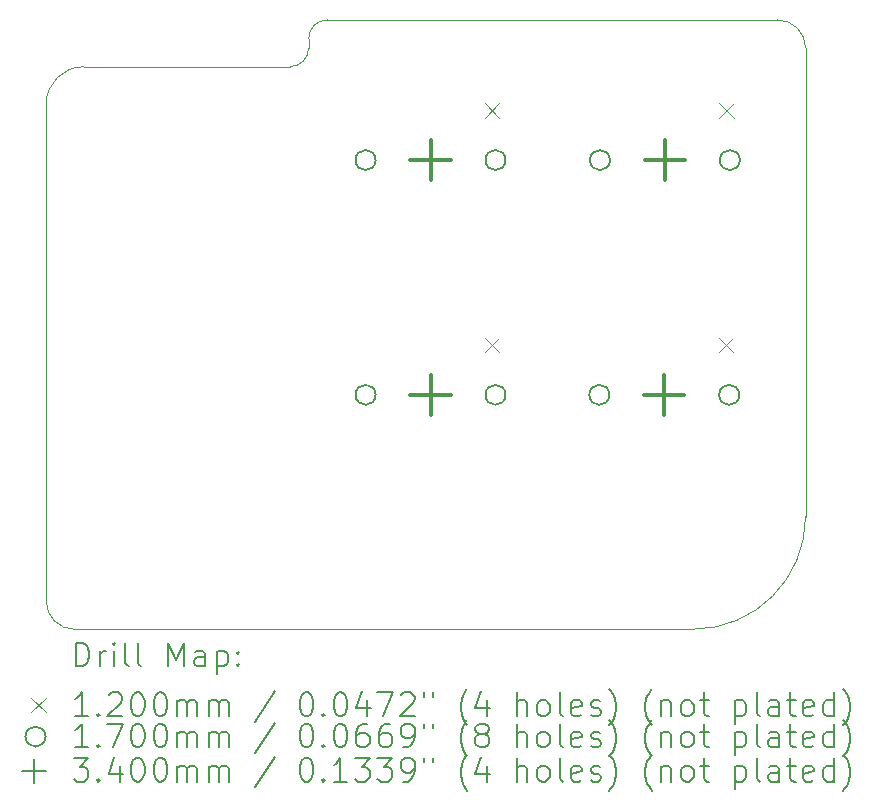
<source format=gbr>
%FSLAX45Y45*%
G04 Gerber Fmt 4.5, Leading zero omitted, Abs format (unit mm)*
G04 Created by KiCad (PCBNEW (6.0.5)) date 2022-09-29 17:00:37*
%MOMM*%
%LPD*%
G01*
G04 APERTURE LIST*
%TA.AperFunction,Profile*%
%ADD10C,0.100000*%
%TD*%
%ADD11C,0.200000*%
%ADD12C,0.120000*%
%ADD13C,0.170000*%
%ADD14C,0.340000*%
G04 APERTURE END LIST*
D10*
X12065000Y-6667500D02*
X15875000Y-6667500D01*
X11906250Y-6905625D02*
X11906250Y-6826250D01*
X10001250Y-7064375D02*
X11747500Y-7064375D01*
X11747500Y-7064375D02*
G75*
G03*
X11906250Y-6905625I0J158750D01*
G01*
X12065000Y-6667500D02*
G75*
G03*
X11906250Y-6826250I0J-158750D01*
G01*
X9683750Y-11588750D02*
X9683750Y-7381875D01*
X10001250Y-7064375D02*
G75*
G03*
X9683750Y-7381875I0J-317500D01*
G01*
X16113125Y-6905625D02*
G75*
G03*
X15875000Y-6667500I-238125J0D01*
G01*
X9921875Y-11826875D02*
X15160625Y-11826875D01*
X16113125Y-10874375D02*
X16113125Y-6905625D01*
X9683750Y-11588750D02*
G75*
G03*
X9921875Y-11826875I238125J0D01*
G01*
X15160625Y-11826875D02*
G75*
G03*
X16113125Y-10874375I0J952500D01*
G01*
D11*
D12*
X13400125Y-7375000D02*
X13520125Y-7495000D01*
X13520125Y-7375000D02*
X13400125Y-7495000D01*
X13400125Y-9362500D02*
X13520125Y-9482500D01*
X13520125Y-9362500D02*
X13400125Y-9482500D01*
X15378875Y-9362500D02*
X15498875Y-9482500D01*
X15498875Y-9362500D02*
X15378875Y-9482500D01*
X15384500Y-7375000D02*
X15504500Y-7495000D01*
X15504500Y-7375000D02*
X15384500Y-7495000D01*
D13*
X12473125Y-7855000D02*
G75*
G03*
X12473125Y-7855000I-85000J0D01*
G01*
X12473125Y-9842500D02*
G75*
G03*
X12473125Y-9842500I-85000J0D01*
G01*
X13573125Y-7855000D02*
G75*
G03*
X13573125Y-7855000I-85000J0D01*
G01*
X13573125Y-9842500D02*
G75*
G03*
X13573125Y-9842500I-85000J0D01*
G01*
X14451875Y-9842500D02*
G75*
G03*
X14451875Y-9842500I-85000J0D01*
G01*
X14457500Y-7855000D02*
G75*
G03*
X14457500Y-7855000I-85000J0D01*
G01*
X15551875Y-9842500D02*
G75*
G03*
X15551875Y-9842500I-85000J0D01*
G01*
X15557500Y-7855000D02*
G75*
G03*
X15557500Y-7855000I-85000J0D01*
G01*
D14*
X12938125Y-7685000D02*
X12938125Y-8025000D01*
X12768125Y-7855000D02*
X13108125Y-7855000D01*
X12938125Y-9672500D02*
X12938125Y-10012500D01*
X12768125Y-9842500D02*
X13108125Y-9842500D01*
X14916875Y-9672500D02*
X14916875Y-10012500D01*
X14746875Y-9842500D02*
X15086875Y-9842500D01*
X14922500Y-7685000D02*
X14922500Y-8025000D01*
X14752500Y-7855000D02*
X15092500Y-7855000D01*
D11*
X9936369Y-12142351D02*
X9936369Y-11942351D01*
X9983988Y-11942351D01*
X10012560Y-11951875D01*
X10031607Y-11970923D01*
X10041131Y-11989970D01*
X10050655Y-12028065D01*
X10050655Y-12056637D01*
X10041131Y-12094732D01*
X10031607Y-12113780D01*
X10012560Y-12132827D01*
X9983988Y-12142351D01*
X9936369Y-12142351D01*
X10136369Y-12142351D02*
X10136369Y-12009018D01*
X10136369Y-12047113D02*
X10145893Y-12028065D01*
X10155417Y-12018542D01*
X10174464Y-12009018D01*
X10193512Y-12009018D01*
X10260179Y-12142351D02*
X10260179Y-12009018D01*
X10260179Y-11942351D02*
X10250655Y-11951875D01*
X10260179Y-11961399D01*
X10269702Y-11951875D01*
X10260179Y-11942351D01*
X10260179Y-11961399D01*
X10383988Y-12142351D02*
X10364940Y-12132827D01*
X10355417Y-12113780D01*
X10355417Y-11942351D01*
X10488750Y-12142351D02*
X10469702Y-12132827D01*
X10460179Y-12113780D01*
X10460179Y-11942351D01*
X10717321Y-12142351D02*
X10717321Y-11942351D01*
X10783988Y-12085208D01*
X10850655Y-11942351D01*
X10850655Y-12142351D01*
X11031607Y-12142351D02*
X11031607Y-12037589D01*
X11022083Y-12018542D01*
X11003036Y-12009018D01*
X10964940Y-12009018D01*
X10945893Y-12018542D01*
X11031607Y-12132827D02*
X11012560Y-12142351D01*
X10964940Y-12142351D01*
X10945893Y-12132827D01*
X10936369Y-12113780D01*
X10936369Y-12094732D01*
X10945893Y-12075684D01*
X10964940Y-12066161D01*
X11012560Y-12066161D01*
X11031607Y-12056637D01*
X11126845Y-12009018D02*
X11126845Y-12209018D01*
X11126845Y-12018542D02*
X11145893Y-12009018D01*
X11183988Y-12009018D01*
X11203036Y-12018542D01*
X11212559Y-12028065D01*
X11222083Y-12047113D01*
X11222083Y-12104256D01*
X11212559Y-12123303D01*
X11203036Y-12132827D01*
X11183988Y-12142351D01*
X11145893Y-12142351D01*
X11126845Y-12132827D01*
X11307798Y-12123303D02*
X11317321Y-12132827D01*
X11307798Y-12142351D01*
X11298274Y-12132827D01*
X11307798Y-12123303D01*
X11307798Y-12142351D01*
X11307798Y-12018542D02*
X11317321Y-12028065D01*
X11307798Y-12037589D01*
X11298274Y-12028065D01*
X11307798Y-12018542D01*
X11307798Y-12037589D01*
D12*
X9558750Y-12411875D02*
X9678750Y-12531875D01*
X9678750Y-12411875D02*
X9558750Y-12531875D01*
D11*
X10041131Y-12562351D02*
X9926845Y-12562351D01*
X9983988Y-12562351D02*
X9983988Y-12362351D01*
X9964940Y-12390923D01*
X9945893Y-12409970D01*
X9926845Y-12419494D01*
X10126845Y-12543303D02*
X10136369Y-12552827D01*
X10126845Y-12562351D01*
X10117321Y-12552827D01*
X10126845Y-12543303D01*
X10126845Y-12562351D01*
X10212560Y-12381399D02*
X10222083Y-12371875D01*
X10241131Y-12362351D01*
X10288750Y-12362351D01*
X10307798Y-12371875D01*
X10317321Y-12381399D01*
X10326845Y-12400446D01*
X10326845Y-12419494D01*
X10317321Y-12448065D01*
X10203036Y-12562351D01*
X10326845Y-12562351D01*
X10450655Y-12362351D02*
X10469702Y-12362351D01*
X10488750Y-12371875D01*
X10498274Y-12381399D01*
X10507798Y-12400446D01*
X10517321Y-12438542D01*
X10517321Y-12486161D01*
X10507798Y-12524256D01*
X10498274Y-12543303D01*
X10488750Y-12552827D01*
X10469702Y-12562351D01*
X10450655Y-12562351D01*
X10431607Y-12552827D01*
X10422083Y-12543303D01*
X10412560Y-12524256D01*
X10403036Y-12486161D01*
X10403036Y-12438542D01*
X10412560Y-12400446D01*
X10422083Y-12381399D01*
X10431607Y-12371875D01*
X10450655Y-12362351D01*
X10641131Y-12362351D02*
X10660179Y-12362351D01*
X10679226Y-12371875D01*
X10688750Y-12381399D01*
X10698274Y-12400446D01*
X10707798Y-12438542D01*
X10707798Y-12486161D01*
X10698274Y-12524256D01*
X10688750Y-12543303D01*
X10679226Y-12552827D01*
X10660179Y-12562351D01*
X10641131Y-12562351D01*
X10622083Y-12552827D01*
X10612560Y-12543303D01*
X10603036Y-12524256D01*
X10593512Y-12486161D01*
X10593512Y-12438542D01*
X10603036Y-12400446D01*
X10612560Y-12381399D01*
X10622083Y-12371875D01*
X10641131Y-12362351D01*
X10793512Y-12562351D02*
X10793512Y-12429018D01*
X10793512Y-12448065D02*
X10803036Y-12438542D01*
X10822083Y-12429018D01*
X10850655Y-12429018D01*
X10869702Y-12438542D01*
X10879226Y-12457589D01*
X10879226Y-12562351D01*
X10879226Y-12457589D02*
X10888750Y-12438542D01*
X10907798Y-12429018D01*
X10936369Y-12429018D01*
X10955417Y-12438542D01*
X10964940Y-12457589D01*
X10964940Y-12562351D01*
X11060179Y-12562351D02*
X11060179Y-12429018D01*
X11060179Y-12448065D02*
X11069702Y-12438542D01*
X11088750Y-12429018D01*
X11117321Y-12429018D01*
X11136369Y-12438542D01*
X11145893Y-12457589D01*
X11145893Y-12562351D01*
X11145893Y-12457589D02*
X11155417Y-12438542D01*
X11174464Y-12429018D01*
X11203036Y-12429018D01*
X11222083Y-12438542D01*
X11231607Y-12457589D01*
X11231607Y-12562351D01*
X11622083Y-12352827D02*
X11450655Y-12609970D01*
X11879226Y-12362351D02*
X11898274Y-12362351D01*
X11917321Y-12371875D01*
X11926845Y-12381399D01*
X11936369Y-12400446D01*
X11945893Y-12438542D01*
X11945893Y-12486161D01*
X11936369Y-12524256D01*
X11926845Y-12543303D01*
X11917321Y-12552827D01*
X11898274Y-12562351D01*
X11879226Y-12562351D01*
X11860178Y-12552827D01*
X11850655Y-12543303D01*
X11841131Y-12524256D01*
X11831607Y-12486161D01*
X11831607Y-12438542D01*
X11841131Y-12400446D01*
X11850655Y-12381399D01*
X11860178Y-12371875D01*
X11879226Y-12362351D01*
X12031607Y-12543303D02*
X12041131Y-12552827D01*
X12031607Y-12562351D01*
X12022083Y-12552827D01*
X12031607Y-12543303D01*
X12031607Y-12562351D01*
X12164940Y-12362351D02*
X12183988Y-12362351D01*
X12203036Y-12371875D01*
X12212559Y-12381399D01*
X12222083Y-12400446D01*
X12231607Y-12438542D01*
X12231607Y-12486161D01*
X12222083Y-12524256D01*
X12212559Y-12543303D01*
X12203036Y-12552827D01*
X12183988Y-12562351D01*
X12164940Y-12562351D01*
X12145893Y-12552827D01*
X12136369Y-12543303D01*
X12126845Y-12524256D01*
X12117321Y-12486161D01*
X12117321Y-12438542D01*
X12126845Y-12400446D01*
X12136369Y-12381399D01*
X12145893Y-12371875D01*
X12164940Y-12362351D01*
X12403036Y-12429018D02*
X12403036Y-12562351D01*
X12355417Y-12352827D02*
X12307798Y-12495684D01*
X12431607Y-12495684D01*
X12488750Y-12362351D02*
X12622083Y-12362351D01*
X12536369Y-12562351D01*
X12688750Y-12381399D02*
X12698274Y-12371875D01*
X12717321Y-12362351D01*
X12764940Y-12362351D01*
X12783988Y-12371875D01*
X12793512Y-12381399D01*
X12803036Y-12400446D01*
X12803036Y-12419494D01*
X12793512Y-12448065D01*
X12679226Y-12562351D01*
X12803036Y-12562351D01*
X12879226Y-12362351D02*
X12879226Y-12400446D01*
X12955417Y-12362351D02*
X12955417Y-12400446D01*
X13250655Y-12638542D02*
X13241131Y-12629018D01*
X13222083Y-12600446D01*
X13212559Y-12581399D01*
X13203036Y-12552827D01*
X13193512Y-12505208D01*
X13193512Y-12467113D01*
X13203036Y-12419494D01*
X13212559Y-12390923D01*
X13222083Y-12371875D01*
X13241131Y-12343303D01*
X13250655Y-12333780D01*
X13412559Y-12429018D02*
X13412559Y-12562351D01*
X13364940Y-12352827D02*
X13317321Y-12495684D01*
X13441131Y-12495684D01*
X13669702Y-12562351D02*
X13669702Y-12362351D01*
X13755417Y-12562351D02*
X13755417Y-12457589D01*
X13745893Y-12438542D01*
X13726845Y-12429018D01*
X13698274Y-12429018D01*
X13679226Y-12438542D01*
X13669702Y-12448065D01*
X13879226Y-12562351D02*
X13860178Y-12552827D01*
X13850655Y-12543303D01*
X13841131Y-12524256D01*
X13841131Y-12467113D01*
X13850655Y-12448065D01*
X13860178Y-12438542D01*
X13879226Y-12429018D01*
X13907798Y-12429018D01*
X13926845Y-12438542D01*
X13936369Y-12448065D01*
X13945893Y-12467113D01*
X13945893Y-12524256D01*
X13936369Y-12543303D01*
X13926845Y-12552827D01*
X13907798Y-12562351D01*
X13879226Y-12562351D01*
X14060178Y-12562351D02*
X14041131Y-12552827D01*
X14031607Y-12533780D01*
X14031607Y-12362351D01*
X14212559Y-12552827D02*
X14193512Y-12562351D01*
X14155417Y-12562351D01*
X14136369Y-12552827D01*
X14126845Y-12533780D01*
X14126845Y-12457589D01*
X14136369Y-12438542D01*
X14155417Y-12429018D01*
X14193512Y-12429018D01*
X14212559Y-12438542D01*
X14222083Y-12457589D01*
X14222083Y-12476637D01*
X14126845Y-12495684D01*
X14298274Y-12552827D02*
X14317321Y-12562351D01*
X14355417Y-12562351D01*
X14374464Y-12552827D01*
X14383988Y-12533780D01*
X14383988Y-12524256D01*
X14374464Y-12505208D01*
X14355417Y-12495684D01*
X14326845Y-12495684D01*
X14307798Y-12486161D01*
X14298274Y-12467113D01*
X14298274Y-12457589D01*
X14307798Y-12438542D01*
X14326845Y-12429018D01*
X14355417Y-12429018D01*
X14374464Y-12438542D01*
X14450655Y-12638542D02*
X14460178Y-12629018D01*
X14479226Y-12600446D01*
X14488750Y-12581399D01*
X14498274Y-12552827D01*
X14507798Y-12505208D01*
X14507798Y-12467113D01*
X14498274Y-12419494D01*
X14488750Y-12390923D01*
X14479226Y-12371875D01*
X14460178Y-12343303D01*
X14450655Y-12333780D01*
X14812559Y-12638542D02*
X14803036Y-12629018D01*
X14783988Y-12600446D01*
X14774464Y-12581399D01*
X14764940Y-12552827D01*
X14755417Y-12505208D01*
X14755417Y-12467113D01*
X14764940Y-12419494D01*
X14774464Y-12390923D01*
X14783988Y-12371875D01*
X14803036Y-12343303D01*
X14812559Y-12333780D01*
X14888750Y-12429018D02*
X14888750Y-12562351D01*
X14888750Y-12448065D02*
X14898274Y-12438542D01*
X14917321Y-12429018D01*
X14945893Y-12429018D01*
X14964940Y-12438542D01*
X14974464Y-12457589D01*
X14974464Y-12562351D01*
X15098274Y-12562351D02*
X15079226Y-12552827D01*
X15069702Y-12543303D01*
X15060178Y-12524256D01*
X15060178Y-12467113D01*
X15069702Y-12448065D01*
X15079226Y-12438542D01*
X15098274Y-12429018D01*
X15126845Y-12429018D01*
X15145893Y-12438542D01*
X15155417Y-12448065D01*
X15164940Y-12467113D01*
X15164940Y-12524256D01*
X15155417Y-12543303D01*
X15145893Y-12552827D01*
X15126845Y-12562351D01*
X15098274Y-12562351D01*
X15222083Y-12429018D02*
X15298274Y-12429018D01*
X15250655Y-12362351D02*
X15250655Y-12533780D01*
X15260178Y-12552827D01*
X15279226Y-12562351D01*
X15298274Y-12562351D01*
X15517321Y-12429018D02*
X15517321Y-12629018D01*
X15517321Y-12438542D02*
X15536369Y-12429018D01*
X15574464Y-12429018D01*
X15593512Y-12438542D01*
X15603036Y-12448065D01*
X15612559Y-12467113D01*
X15612559Y-12524256D01*
X15603036Y-12543303D01*
X15593512Y-12552827D01*
X15574464Y-12562351D01*
X15536369Y-12562351D01*
X15517321Y-12552827D01*
X15726845Y-12562351D02*
X15707798Y-12552827D01*
X15698274Y-12533780D01*
X15698274Y-12362351D01*
X15888750Y-12562351D02*
X15888750Y-12457589D01*
X15879226Y-12438542D01*
X15860178Y-12429018D01*
X15822083Y-12429018D01*
X15803036Y-12438542D01*
X15888750Y-12552827D02*
X15869702Y-12562351D01*
X15822083Y-12562351D01*
X15803036Y-12552827D01*
X15793512Y-12533780D01*
X15793512Y-12514732D01*
X15803036Y-12495684D01*
X15822083Y-12486161D01*
X15869702Y-12486161D01*
X15888750Y-12476637D01*
X15955417Y-12429018D02*
X16031607Y-12429018D01*
X15983988Y-12362351D02*
X15983988Y-12533780D01*
X15993512Y-12552827D01*
X16012559Y-12562351D01*
X16031607Y-12562351D01*
X16174464Y-12552827D02*
X16155417Y-12562351D01*
X16117321Y-12562351D01*
X16098274Y-12552827D01*
X16088750Y-12533780D01*
X16088750Y-12457589D01*
X16098274Y-12438542D01*
X16117321Y-12429018D01*
X16155417Y-12429018D01*
X16174464Y-12438542D01*
X16183988Y-12457589D01*
X16183988Y-12476637D01*
X16088750Y-12495684D01*
X16355417Y-12562351D02*
X16355417Y-12362351D01*
X16355417Y-12552827D02*
X16336369Y-12562351D01*
X16298274Y-12562351D01*
X16279226Y-12552827D01*
X16269702Y-12543303D01*
X16260178Y-12524256D01*
X16260178Y-12467113D01*
X16269702Y-12448065D01*
X16279226Y-12438542D01*
X16298274Y-12429018D01*
X16336369Y-12429018D01*
X16355417Y-12438542D01*
X16431607Y-12638542D02*
X16441131Y-12629018D01*
X16460178Y-12600446D01*
X16469702Y-12581399D01*
X16479226Y-12552827D01*
X16488750Y-12505208D01*
X16488750Y-12467113D01*
X16479226Y-12419494D01*
X16469702Y-12390923D01*
X16460178Y-12371875D01*
X16441131Y-12343303D01*
X16431607Y-12333780D01*
D13*
X9678750Y-12735875D02*
G75*
G03*
X9678750Y-12735875I-85000J0D01*
G01*
D11*
X10041131Y-12826351D02*
X9926845Y-12826351D01*
X9983988Y-12826351D02*
X9983988Y-12626351D01*
X9964940Y-12654923D01*
X9945893Y-12673970D01*
X9926845Y-12683494D01*
X10126845Y-12807303D02*
X10136369Y-12816827D01*
X10126845Y-12826351D01*
X10117321Y-12816827D01*
X10126845Y-12807303D01*
X10126845Y-12826351D01*
X10203036Y-12626351D02*
X10336369Y-12626351D01*
X10250655Y-12826351D01*
X10450655Y-12626351D02*
X10469702Y-12626351D01*
X10488750Y-12635875D01*
X10498274Y-12645399D01*
X10507798Y-12664446D01*
X10517321Y-12702542D01*
X10517321Y-12750161D01*
X10507798Y-12788256D01*
X10498274Y-12807303D01*
X10488750Y-12816827D01*
X10469702Y-12826351D01*
X10450655Y-12826351D01*
X10431607Y-12816827D01*
X10422083Y-12807303D01*
X10412560Y-12788256D01*
X10403036Y-12750161D01*
X10403036Y-12702542D01*
X10412560Y-12664446D01*
X10422083Y-12645399D01*
X10431607Y-12635875D01*
X10450655Y-12626351D01*
X10641131Y-12626351D02*
X10660179Y-12626351D01*
X10679226Y-12635875D01*
X10688750Y-12645399D01*
X10698274Y-12664446D01*
X10707798Y-12702542D01*
X10707798Y-12750161D01*
X10698274Y-12788256D01*
X10688750Y-12807303D01*
X10679226Y-12816827D01*
X10660179Y-12826351D01*
X10641131Y-12826351D01*
X10622083Y-12816827D01*
X10612560Y-12807303D01*
X10603036Y-12788256D01*
X10593512Y-12750161D01*
X10593512Y-12702542D01*
X10603036Y-12664446D01*
X10612560Y-12645399D01*
X10622083Y-12635875D01*
X10641131Y-12626351D01*
X10793512Y-12826351D02*
X10793512Y-12693018D01*
X10793512Y-12712065D02*
X10803036Y-12702542D01*
X10822083Y-12693018D01*
X10850655Y-12693018D01*
X10869702Y-12702542D01*
X10879226Y-12721589D01*
X10879226Y-12826351D01*
X10879226Y-12721589D02*
X10888750Y-12702542D01*
X10907798Y-12693018D01*
X10936369Y-12693018D01*
X10955417Y-12702542D01*
X10964940Y-12721589D01*
X10964940Y-12826351D01*
X11060179Y-12826351D02*
X11060179Y-12693018D01*
X11060179Y-12712065D02*
X11069702Y-12702542D01*
X11088750Y-12693018D01*
X11117321Y-12693018D01*
X11136369Y-12702542D01*
X11145893Y-12721589D01*
X11145893Y-12826351D01*
X11145893Y-12721589D02*
X11155417Y-12702542D01*
X11174464Y-12693018D01*
X11203036Y-12693018D01*
X11222083Y-12702542D01*
X11231607Y-12721589D01*
X11231607Y-12826351D01*
X11622083Y-12616827D02*
X11450655Y-12873970D01*
X11879226Y-12626351D02*
X11898274Y-12626351D01*
X11917321Y-12635875D01*
X11926845Y-12645399D01*
X11936369Y-12664446D01*
X11945893Y-12702542D01*
X11945893Y-12750161D01*
X11936369Y-12788256D01*
X11926845Y-12807303D01*
X11917321Y-12816827D01*
X11898274Y-12826351D01*
X11879226Y-12826351D01*
X11860178Y-12816827D01*
X11850655Y-12807303D01*
X11841131Y-12788256D01*
X11831607Y-12750161D01*
X11831607Y-12702542D01*
X11841131Y-12664446D01*
X11850655Y-12645399D01*
X11860178Y-12635875D01*
X11879226Y-12626351D01*
X12031607Y-12807303D02*
X12041131Y-12816827D01*
X12031607Y-12826351D01*
X12022083Y-12816827D01*
X12031607Y-12807303D01*
X12031607Y-12826351D01*
X12164940Y-12626351D02*
X12183988Y-12626351D01*
X12203036Y-12635875D01*
X12212559Y-12645399D01*
X12222083Y-12664446D01*
X12231607Y-12702542D01*
X12231607Y-12750161D01*
X12222083Y-12788256D01*
X12212559Y-12807303D01*
X12203036Y-12816827D01*
X12183988Y-12826351D01*
X12164940Y-12826351D01*
X12145893Y-12816827D01*
X12136369Y-12807303D01*
X12126845Y-12788256D01*
X12117321Y-12750161D01*
X12117321Y-12702542D01*
X12126845Y-12664446D01*
X12136369Y-12645399D01*
X12145893Y-12635875D01*
X12164940Y-12626351D01*
X12403036Y-12626351D02*
X12364940Y-12626351D01*
X12345893Y-12635875D01*
X12336369Y-12645399D01*
X12317321Y-12673970D01*
X12307798Y-12712065D01*
X12307798Y-12788256D01*
X12317321Y-12807303D01*
X12326845Y-12816827D01*
X12345893Y-12826351D01*
X12383988Y-12826351D01*
X12403036Y-12816827D01*
X12412559Y-12807303D01*
X12422083Y-12788256D01*
X12422083Y-12740637D01*
X12412559Y-12721589D01*
X12403036Y-12712065D01*
X12383988Y-12702542D01*
X12345893Y-12702542D01*
X12326845Y-12712065D01*
X12317321Y-12721589D01*
X12307798Y-12740637D01*
X12593512Y-12626351D02*
X12555417Y-12626351D01*
X12536369Y-12635875D01*
X12526845Y-12645399D01*
X12507798Y-12673970D01*
X12498274Y-12712065D01*
X12498274Y-12788256D01*
X12507798Y-12807303D01*
X12517321Y-12816827D01*
X12536369Y-12826351D01*
X12574464Y-12826351D01*
X12593512Y-12816827D01*
X12603036Y-12807303D01*
X12612559Y-12788256D01*
X12612559Y-12740637D01*
X12603036Y-12721589D01*
X12593512Y-12712065D01*
X12574464Y-12702542D01*
X12536369Y-12702542D01*
X12517321Y-12712065D01*
X12507798Y-12721589D01*
X12498274Y-12740637D01*
X12707798Y-12826351D02*
X12745893Y-12826351D01*
X12764940Y-12816827D01*
X12774464Y-12807303D01*
X12793512Y-12778732D01*
X12803036Y-12740637D01*
X12803036Y-12664446D01*
X12793512Y-12645399D01*
X12783988Y-12635875D01*
X12764940Y-12626351D01*
X12726845Y-12626351D01*
X12707798Y-12635875D01*
X12698274Y-12645399D01*
X12688750Y-12664446D01*
X12688750Y-12712065D01*
X12698274Y-12731113D01*
X12707798Y-12740637D01*
X12726845Y-12750161D01*
X12764940Y-12750161D01*
X12783988Y-12740637D01*
X12793512Y-12731113D01*
X12803036Y-12712065D01*
X12879226Y-12626351D02*
X12879226Y-12664446D01*
X12955417Y-12626351D02*
X12955417Y-12664446D01*
X13250655Y-12902542D02*
X13241131Y-12893018D01*
X13222083Y-12864446D01*
X13212559Y-12845399D01*
X13203036Y-12816827D01*
X13193512Y-12769208D01*
X13193512Y-12731113D01*
X13203036Y-12683494D01*
X13212559Y-12654923D01*
X13222083Y-12635875D01*
X13241131Y-12607303D01*
X13250655Y-12597780D01*
X13355417Y-12712065D02*
X13336369Y-12702542D01*
X13326845Y-12693018D01*
X13317321Y-12673970D01*
X13317321Y-12664446D01*
X13326845Y-12645399D01*
X13336369Y-12635875D01*
X13355417Y-12626351D01*
X13393512Y-12626351D01*
X13412559Y-12635875D01*
X13422083Y-12645399D01*
X13431607Y-12664446D01*
X13431607Y-12673970D01*
X13422083Y-12693018D01*
X13412559Y-12702542D01*
X13393512Y-12712065D01*
X13355417Y-12712065D01*
X13336369Y-12721589D01*
X13326845Y-12731113D01*
X13317321Y-12750161D01*
X13317321Y-12788256D01*
X13326845Y-12807303D01*
X13336369Y-12816827D01*
X13355417Y-12826351D01*
X13393512Y-12826351D01*
X13412559Y-12816827D01*
X13422083Y-12807303D01*
X13431607Y-12788256D01*
X13431607Y-12750161D01*
X13422083Y-12731113D01*
X13412559Y-12721589D01*
X13393512Y-12712065D01*
X13669702Y-12826351D02*
X13669702Y-12626351D01*
X13755417Y-12826351D02*
X13755417Y-12721589D01*
X13745893Y-12702542D01*
X13726845Y-12693018D01*
X13698274Y-12693018D01*
X13679226Y-12702542D01*
X13669702Y-12712065D01*
X13879226Y-12826351D02*
X13860178Y-12816827D01*
X13850655Y-12807303D01*
X13841131Y-12788256D01*
X13841131Y-12731113D01*
X13850655Y-12712065D01*
X13860178Y-12702542D01*
X13879226Y-12693018D01*
X13907798Y-12693018D01*
X13926845Y-12702542D01*
X13936369Y-12712065D01*
X13945893Y-12731113D01*
X13945893Y-12788256D01*
X13936369Y-12807303D01*
X13926845Y-12816827D01*
X13907798Y-12826351D01*
X13879226Y-12826351D01*
X14060178Y-12826351D02*
X14041131Y-12816827D01*
X14031607Y-12797780D01*
X14031607Y-12626351D01*
X14212559Y-12816827D02*
X14193512Y-12826351D01*
X14155417Y-12826351D01*
X14136369Y-12816827D01*
X14126845Y-12797780D01*
X14126845Y-12721589D01*
X14136369Y-12702542D01*
X14155417Y-12693018D01*
X14193512Y-12693018D01*
X14212559Y-12702542D01*
X14222083Y-12721589D01*
X14222083Y-12740637D01*
X14126845Y-12759684D01*
X14298274Y-12816827D02*
X14317321Y-12826351D01*
X14355417Y-12826351D01*
X14374464Y-12816827D01*
X14383988Y-12797780D01*
X14383988Y-12788256D01*
X14374464Y-12769208D01*
X14355417Y-12759684D01*
X14326845Y-12759684D01*
X14307798Y-12750161D01*
X14298274Y-12731113D01*
X14298274Y-12721589D01*
X14307798Y-12702542D01*
X14326845Y-12693018D01*
X14355417Y-12693018D01*
X14374464Y-12702542D01*
X14450655Y-12902542D02*
X14460178Y-12893018D01*
X14479226Y-12864446D01*
X14488750Y-12845399D01*
X14498274Y-12816827D01*
X14507798Y-12769208D01*
X14507798Y-12731113D01*
X14498274Y-12683494D01*
X14488750Y-12654923D01*
X14479226Y-12635875D01*
X14460178Y-12607303D01*
X14450655Y-12597780D01*
X14812559Y-12902542D02*
X14803036Y-12893018D01*
X14783988Y-12864446D01*
X14774464Y-12845399D01*
X14764940Y-12816827D01*
X14755417Y-12769208D01*
X14755417Y-12731113D01*
X14764940Y-12683494D01*
X14774464Y-12654923D01*
X14783988Y-12635875D01*
X14803036Y-12607303D01*
X14812559Y-12597780D01*
X14888750Y-12693018D02*
X14888750Y-12826351D01*
X14888750Y-12712065D02*
X14898274Y-12702542D01*
X14917321Y-12693018D01*
X14945893Y-12693018D01*
X14964940Y-12702542D01*
X14974464Y-12721589D01*
X14974464Y-12826351D01*
X15098274Y-12826351D02*
X15079226Y-12816827D01*
X15069702Y-12807303D01*
X15060178Y-12788256D01*
X15060178Y-12731113D01*
X15069702Y-12712065D01*
X15079226Y-12702542D01*
X15098274Y-12693018D01*
X15126845Y-12693018D01*
X15145893Y-12702542D01*
X15155417Y-12712065D01*
X15164940Y-12731113D01*
X15164940Y-12788256D01*
X15155417Y-12807303D01*
X15145893Y-12816827D01*
X15126845Y-12826351D01*
X15098274Y-12826351D01*
X15222083Y-12693018D02*
X15298274Y-12693018D01*
X15250655Y-12626351D02*
X15250655Y-12797780D01*
X15260178Y-12816827D01*
X15279226Y-12826351D01*
X15298274Y-12826351D01*
X15517321Y-12693018D02*
X15517321Y-12893018D01*
X15517321Y-12702542D02*
X15536369Y-12693018D01*
X15574464Y-12693018D01*
X15593512Y-12702542D01*
X15603036Y-12712065D01*
X15612559Y-12731113D01*
X15612559Y-12788256D01*
X15603036Y-12807303D01*
X15593512Y-12816827D01*
X15574464Y-12826351D01*
X15536369Y-12826351D01*
X15517321Y-12816827D01*
X15726845Y-12826351D02*
X15707798Y-12816827D01*
X15698274Y-12797780D01*
X15698274Y-12626351D01*
X15888750Y-12826351D02*
X15888750Y-12721589D01*
X15879226Y-12702542D01*
X15860178Y-12693018D01*
X15822083Y-12693018D01*
X15803036Y-12702542D01*
X15888750Y-12816827D02*
X15869702Y-12826351D01*
X15822083Y-12826351D01*
X15803036Y-12816827D01*
X15793512Y-12797780D01*
X15793512Y-12778732D01*
X15803036Y-12759684D01*
X15822083Y-12750161D01*
X15869702Y-12750161D01*
X15888750Y-12740637D01*
X15955417Y-12693018D02*
X16031607Y-12693018D01*
X15983988Y-12626351D02*
X15983988Y-12797780D01*
X15993512Y-12816827D01*
X16012559Y-12826351D01*
X16031607Y-12826351D01*
X16174464Y-12816827D02*
X16155417Y-12826351D01*
X16117321Y-12826351D01*
X16098274Y-12816827D01*
X16088750Y-12797780D01*
X16088750Y-12721589D01*
X16098274Y-12702542D01*
X16117321Y-12693018D01*
X16155417Y-12693018D01*
X16174464Y-12702542D01*
X16183988Y-12721589D01*
X16183988Y-12740637D01*
X16088750Y-12759684D01*
X16355417Y-12826351D02*
X16355417Y-12626351D01*
X16355417Y-12816827D02*
X16336369Y-12826351D01*
X16298274Y-12826351D01*
X16279226Y-12816827D01*
X16269702Y-12807303D01*
X16260178Y-12788256D01*
X16260178Y-12731113D01*
X16269702Y-12712065D01*
X16279226Y-12702542D01*
X16298274Y-12693018D01*
X16336369Y-12693018D01*
X16355417Y-12702542D01*
X16431607Y-12902542D02*
X16441131Y-12893018D01*
X16460178Y-12864446D01*
X16469702Y-12845399D01*
X16479226Y-12816827D01*
X16488750Y-12769208D01*
X16488750Y-12731113D01*
X16479226Y-12683494D01*
X16469702Y-12654923D01*
X16460178Y-12635875D01*
X16441131Y-12607303D01*
X16431607Y-12597780D01*
X9578750Y-12925875D02*
X9578750Y-13125875D01*
X9478750Y-13025875D02*
X9678750Y-13025875D01*
X9917321Y-12916351D02*
X10041131Y-12916351D01*
X9974464Y-12992542D01*
X10003036Y-12992542D01*
X10022083Y-13002065D01*
X10031607Y-13011589D01*
X10041131Y-13030637D01*
X10041131Y-13078256D01*
X10031607Y-13097303D01*
X10022083Y-13106827D01*
X10003036Y-13116351D01*
X9945893Y-13116351D01*
X9926845Y-13106827D01*
X9917321Y-13097303D01*
X10126845Y-13097303D02*
X10136369Y-13106827D01*
X10126845Y-13116351D01*
X10117321Y-13106827D01*
X10126845Y-13097303D01*
X10126845Y-13116351D01*
X10307798Y-12983018D02*
X10307798Y-13116351D01*
X10260179Y-12906827D02*
X10212560Y-13049684D01*
X10336369Y-13049684D01*
X10450655Y-12916351D02*
X10469702Y-12916351D01*
X10488750Y-12925875D01*
X10498274Y-12935399D01*
X10507798Y-12954446D01*
X10517321Y-12992542D01*
X10517321Y-13040161D01*
X10507798Y-13078256D01*
X10498274Y-13097303D01*
X10488750Y-13106827D01*
X10469702Y-13116351D01*
X10450655Y-13116351D01*
X10431607Y-13106827D01*
X10422083Y-13097303D01*
X10412560Y-13078256D01*
X10403036Y-13040161D01*
X10403036Y-12992542D01*
X10412560Y-12954446D01*
X10422083Y-12935399D01*
X10431607Y-12925875D01*
X10450655Y-12916351D01*
X10641131Y-12916351D02*
X10660179Y-12916351D01*
X10679226Y-12925875D01*
X10688750Y-12935399D01*
X10698274Y-12954446D01*
X10707798Y-12992542D01*
X10707798Y-13040161D01*
X10698274Y-13078256D01*
X10688750Y-13097303D01*
X10679226Y-13106827D01*
X10660179Y-13116351D01*
X10641131Y-13116351D01*
X10622083Y-13106827D01*
X10612560Y-13097303D01*
X10603036Y-13078256D01*
X10593512Y-13040161D01*
X10593512Y-12992542D01*
X10603036Y-12954446D01*
X10612560Y-12935399D01*
X10622083Y-12925875D01*
X10641131Y-12916351D01*
X10793512Y-13116351D02*
X10793512Y-12983018D01*
X10793512Y-13002065D02*
X10803036Y-12992542D01*
X10822083Y-12983018D01*
X10850655Y-12983018D01*
X10869702Y-12992542D01*
X10879226Y-13011589D01*
X10879226Y-13116351D01*
X10879226Y-13011589D02*
X10888750Y-12992542D01*
X10907798Y-12983018D01*
X10936369Y-12983018D01*
X10955417Y-12992542D01*
X10964940Y-13011589D01*
X10964940Y-13116351D01*
X11060179Y-13116351D02*
X11060179Y-12983018D01*
X11060179Y-13002065D02*
X11069702Y-12992542D01*
X11088750Y-12983018D01*
X11117321Y-12983018D01*
X11136369Y-12992542D01*
X11145893Y-13011589D01*
X11145893Y-13116351D01*
X11145893Y-13011589D02*
X11155417Y-12992542D01*
X11174464Y-12983018D01*
X11203036Y-12983018D01*
X11222083Y-12992542D01*
X11231607Y-13011589D01*
X11231607Y-13116351D01*
X11622083Y-12906827D02*
X11450655Y-13163970D01*
X11879226Y-12916351D02*
X11898274Y-12916351D01*
X11917321Y-12925875D01*
X11926845Y-12935399D01*
X11936369Y-12954446D01*
X11945893Y-12992542D01*
X11945893Y-13040161D01*
X11936369Y-13078256D01*
X11926845Y-13097303D01*
X11917321Y-13106827D01*
X11898274Y-13116351D01*
X11879226Y-13116351D01*
X11860178Y-13106827D01*
X11850655Y-13097303D01*
X11841131Y-13078256D01*
X11831607Y-13040161D01*
X11831607Y-12992542D01*
X11841131Y-12954446D01*
X11850655Y-12935399D01*
X11860178Y-12925875D01*
X11879226Y-12916351D01*
X12031607Y-13097303D02*
X12041131Y-13106827D01*
X12031607Y-13116351D01*
X12022083Y-13106827D01*
X12031607Y-13097303D01*
X12031607Y-13116351D01*
X12231607Y-13116351D02*
X12117321Y-13116351D01*
X12174464Y-13116351D02*
X12174464Y-12916351D01*
X12155417Y-12944923D01*
X12136369Y-12963970D01*
X12117321Y-12973494D01*
X12298274Y-12916351D02*
X12422083Y-12916351D01*
X12355417Y-12992542D01*
X12383988Y-12992542D01*
X12403036Y-13002065D01*
X12412559Y-13011589D01*
X12422083Y-13030637D01*
X12422083Y-13078256D01*
X12412559Y-13097303D01*
X12403036Y-13106827D01*
X12383988Y-13116351D01*
X12326845Y-13116351D01*
X12307798Y-13106827D01*
X12298274Y-13097303D01*
X12488750Y-12916351D02*
X12612559Y-12916351D01*
X12545893Y-12992542D01*
X12574464Y-12992542D01*
X12593512Y-13002065D01*
X12603036Y-13011589D01*
X12612559Y-13030637D01*
X12612559Y-13078256D01*
X12603036Y-13097303D01*
X12593512Y-13106827D01*
X12574464Y-13116351D01*
X12517321Y-13116351D01*
X12498274Y-13106827D01*
X12488750Y-13097303D01*
X12707798Y-13116351D02*
X12745893Y-13116351D01*
X12764940Y-13106827D01*
X12774464Y-13097303D01*
X12793512Y-13068732D01*
X12803036Y-13030637D01*
X12803036Y-12954446D01*
X12793512Y-12935399D01*
X12783988Y-12925875D01*
X12764940Y-12916351D01*
X12726845Y-12916351D01*
X12707798Y-12925875D01*
X12698274Y-12935399D01*
X12688750Y-12954446D01*
X12688750Y-13002065D01*
X12698274Y-13021113D01*
X12707798Y-13030637D01*
X12726845Y-13040161D01*
X12764940Y-13040161D01*
X12783988Y-13030637D01*
X12793512Y-13021113D01*
X12803036Y-13002065D01*
X12879226Y-12916351D02*
X12879226Y-12954446D01*
X12955417Y-12916351D02*
X12955417Y-12954446D01*
X13250655Y-13192542D02*
X13241131Y-13183018D01*
X13222083Y-13154446D01*
X13212559Y-13135399D01*
X13203036Y-13106827D01*
X13193512Y-13059208D01*
X13193512Y-13021113D01*
X13203036Y-12973494D01*
X13212559Y-12944923D01*
X13222083Y-12925875D01*
X13241131Y-12897303D01*
X13250655Y-12887780D01*
X13412559Y-12983018D02*
X13412559Y-13116351D01*
X13364940Y-12906827D02*
X13317321Y-13049684D01*
X13441131Y-13049684D01*
X13669702Y-13116351D02*
X13669702Y-12916351D01*
X13755417Y-13116351D02*
X13755417Y-13011589D01*
X13745893Y-12992542D01*
X13726845Y-12983018D01*
X13698274Y-12983018D01*
X13679226Y-12992542D01*
X13669702Y-13002065D01*
X13879226Y-13116351D02*
X13860178Y-13106827D01*
X13850655Y-13097303D01*
X13841131Y-13078256D01*
X13841131Y-13021113D01*
X13850655Y-13002065D01*
X13860178Y-12992542D01*
X13879226Y-12983018D01*
X13907798Y-12983018D01*
X13926845Y-12992542D01*
X13936369Y-13002065D01*
X13945893Y-13021113D01*
X13945893Y-13078256D01*
X13936369Y-13097303D01*
X13926845Y-13106827D01*
X13907798Y-13116351D01*
X13879226Y-13116351D01*
X14060178Y-13116351D02*
X14041131Y-13106827D01*
X14031607Y-13087780D01*
X14031607Y-12916351D01*
X14212559Y-13106827D02*
X14193512Y-13116351D01*
X14155417Y-13116351D01*
X14136369Y-13106827D01*
X14126845Y-13087780D01*
X14126845Y-13011589D01*
X14136369Y-12992542D01*
X14155417Y-12983018D01*
X14193512Y-12983018D01*
X14212559Y-12992542D01*
X14222083Y-13011589D01*
X14222083Y-13030637D01*
X14126845Y-13049684D01*
X14298274Y-13106827D02*
X14317321Y-13116351D01*
X14355417Y-13116351D01*
X14374464Y-13106827D01*
X14383988Y-13087780D01*
X14383988Y-13078256D01*
X14374464Y-13059208D01*
X14355417Y-13049684D01*
X14326845Y-13049684D01*
X14307798Y-13040161D01*
X14298274Y-13021113D01*
X14298274Y-13011589D01*
X14307798Y-12992542D01*
X14326845Y-12983018D01*
X14355417Y-12983018D01*
X14374464Y-12992542D01*
X14450655Y-13192542D02*
X14460178Y-13183018D01*
X14479226Y-13154446D01*
X14488750Y-13135399D01*
X14498274Y-13106827D01*
X14507798Y-13059208D01*
X14507798Y-13021113D01*
X14498274Y-12973494D01*
X14488750Y-12944923D01*
X14479226Y-12925875D01*
X14460178Y-12897303D01*
X14450655Y-12887780D01*
X14812559Y-13192542D02*
X14803036Y-13183018D01*
X14783988Y-13154446D01*
X14774464Y-13135399D01*
X14764940Y-13106827D01*
X14755417Y-13059208D01*
X14755417Y-13021113D01*
X14764940Y-12973494D01*
X14774464Y-12944923D01*
X14783988Y-12925875D01*
X14803036Y-12897303D01*
X14812559Y-12887780D01*
X14888750Y-12983018D02*
X14888750Y-13116351D01*
X14888750Y-13002065D02*
X14898274Y-12992542D01*
X14917321Y-12983018D01*
X14945893Y-12983018D01*
X14964940Y-12992542D01*
X14974464Y-13011589D01*
X14974464Y-13116351D01*
X15098274Y-13116351D02*
X15079226Y-13106827D01*
X15069702Y-13097303D01*
X15060178Y-13078256D01*
X15060178Y-13021113D01*
X15069702Y-13002065D01*
X15079226Y-12992542D01*
X15098274Y-12983018D01*
X15126845Y-12983018D01*
X15145893Y-12992542D01*
X15155417Y-13002065D01*
X15164940Y-13021113D01*
X15164940Y-13078256D01*
X15155417Y-13097303D01*
X15145893Y-13106827D01*
X15126845Y-13116351D01*
X15098274Y-13116351D01*
X15222083Y-12983018D02*
X15298274Y-12983018D01*
X15250655Y-12916351D02*
X15250655Y-13087780D01*
X15260178Y-13106827D01*
X15279226Y-13116351D01*
X15298274Y-13116351D01*
X15517321Y-12983018D02*
X15517321Y-13183018D01*
X15517321Y-12992542D02*
X15536369Y-12983018D01*
X15574464Y-12983018D01*
X15593512Y-12992542D01*
X15603036Y-13002065D01*
X15612559Y-13021113D01*
X15612559Y-13078256D01*
X15603036Y-13097303D01*
X15593512Y-13106827D01*
X15574464Y-13116351D01*
X15536369Y-13116351D01*
X15517321Y-13106827D01*
X15726845Y-13116351D02*
X15707798Y-13106827D01*
X15698274Y-13087780D01*
X15698274Y-12916351D01*
X15888750Y-13116351D02*
X15888750Y-13011589D01*
X15879226Y-12992542D01*
X15860178Y-12983018D01*
X15822083Y-12983018D01*
X15803036Y-12992542D01*
X15888750Y-13106827D02*
X15869702Y-13116351D01*
X15822083Y-13116351D01*
X15803036Y-13106827D01*
X15793512Y-13087780D01*
X15793512Y-13068732D01*
X15803036Y-13049684D01*
X15822083Y-13040161D01*
X15869702Y-13040161D01*
X15888750Y-13030637D01*
X15955417Y-12983018D02*
X16031607Y-12983018D01*
X15983988Y-12916351D02*
X15983988Y-13087780D01*
X15993512Y-13106827D01*
X16012559Y-13116351D01*
X16031607Y-13116351D01*
X16174464Y-13106827D02*
X16155417Y-13116351D01*
X16117321Y-13116351D01*
X16098274Y-13106827D01*
X16088750Y-13087780D01*
X16088750Y-13011589D01*
X16098274Y-12992542D01*
X16117321Y-12983018D01*
X16155417Y-12983018D01*
X16174464Y-12992542D01*
X16183988Y-13011589D01*
X16183988Y-13030637D01*
X16088750Y-13049684D01*
X16355417Y-13116351D02*
X16355417Y-12916351D01*
X16355417Y-13106827D02*
X16336369Y-13116351D01*
X16298274Y-13116351D01*
X16279226Y-13106827D01*
X16269702Y-13097303D01*
X16260178Y-13078256D01*
X16260178Y-13021113D01*
X16269702Y-13002065D01*
X16279226Y-12992542D01*
X16298274Y-12983018D01*
X16336369Y-12983018D01*
X16355417Y-12992542D01*
X16431607Y-13192542D02*
X16441131Y-13183018D01*
X16460178Y-13154446D01*
X16469702Y-13135399D01*
X16479226Y-13106827D01*
X16488750Y-13059208D01*
X16488750Y-13021113D01*
X16479226Y-12973494D01*
X16469702Y-12944923D01*
X16460178Y-12925875D01*
X16441131Y-12897303D01*
X16431607Y-12887780D01*
M02*

</source>
